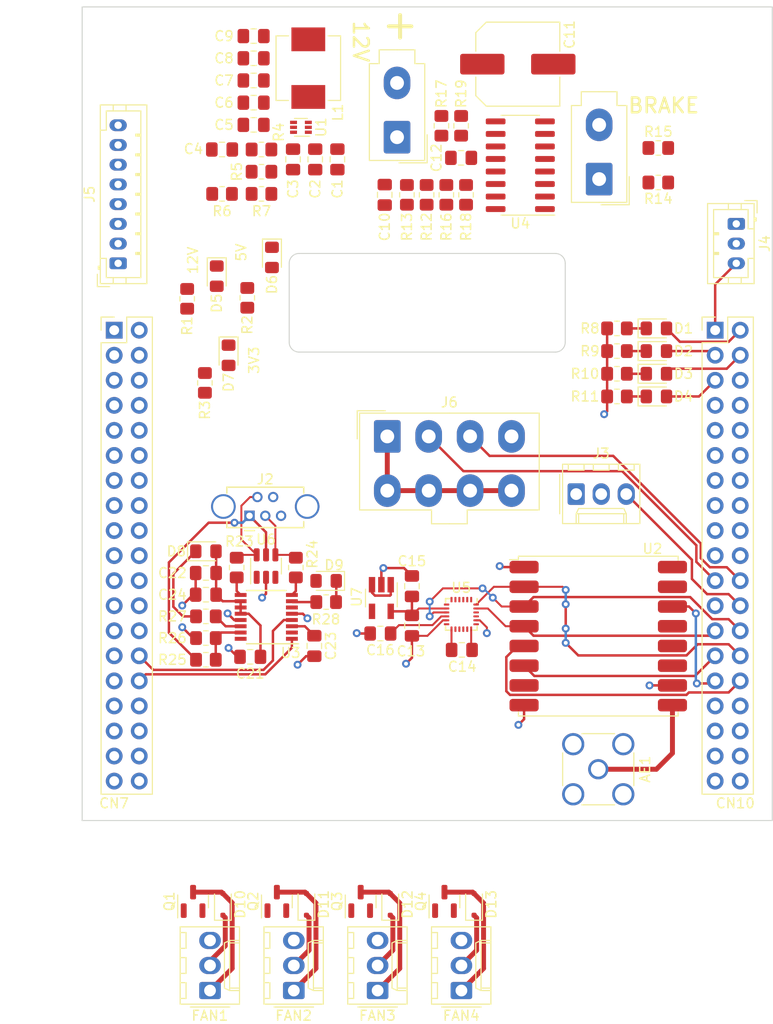
<source format=kicad_pcb>
(kicad_pcb (version 20240108) (generator "pcbnew") (generator_version "8.0")
  (title_block (title "AMP PCBv3") (date "2024-02-08") (rev "A") (company "Autonomous Motorsports Purdue"))
  (layers (0 "F.Cu" signal) (31 "B.Cu" signal) (34 "B.Paste" user) (35 "F.Paste" user) (36 "B.SilkS" user "B.Silkscreen") (37 "F.SilkS" user "F.Silkscreen") (38 "B.Mask" user) (39 "F.Mask" user) (44 "Edge.Cuts" user))
  (net 0 "")
  (net 1 "/PC10")
  (net 2 "/PC11")
  (net 3 "/PC12")
  (net 4 "/PD2")
  (net 5 "/VDD")
  (net 6 "/E5V")
  (net 7 "/BOOT0")
  (net 8 "GND")
  (net 12 "/IOREF")
  (net 13 "/PA13")
  (net 14 "/RST")
  (net 15 "/PA14")
  (net 16 "+3V3")
  (net 17 "/PA15")
  (net 18 "+5V")
  (net 19 "/PB7")
  (net 20 "/PC13")
  (net 21 "/VIN")
  (net 22 "/PC14")
  (net 24 "/PC15")
  (net 25 "/PA0")
  (net 26 "/PH0")
  (net 27 "/PA1")
  (net 28 "/PH1")
  (net 29 "/PA4")
  (net 30 "/VBAT")
  (net 31 "/PB0")
  (net 32 "/PC2")
  (net 33 "/PC1")
  (net 34 "/PC3")
  (net 35 "/PC0")
  (net 36 "/PC9")
  (net 37 "/PC8")
  (net 38 "/PB8")
  (net 39 "/PC6")
  (net 40 "/PB9")
  (net 41 "/AVDD")
  (net 42 "/U5V")
  (net 44 "/PA5")
  (net 45 "/PA12")
  (net 46 "/PA11")
  (net 47 "/PB6")
  (net 49 "/PA9")
  (net 50 "/PB2")
  (net 51 "/PA8")
  (net 52 "/PB10")
  (net 53 "/PB15")
  (net 54 "/PB4")
  (net 55 "/PB14")
  (net 56 "/PB5")
  (net 57 "/PB13")
  (net 58 "/PB3")
  (net 59 "/AGND")
  (net 60 "/PA2")
  (net 62 "/PA3")
  (net 64 "+12V")
  (net 65 "Net-(U1-FB)")
  (net 66 "Net-(D1-K)")
  (net 67 "Net-(D2-K)")
  (net 68 "Net-(D3-K)")
  (net 69 "Net-(D4-K)")
  (net 70 "Net-(D5-K)")
  (net 71 "Net-(U1-SW)")
  (net 72 "Net-(U1-EN)")
  (net 73 "Net-(M1-+)")
  (net 74 "Net-(D6-K)")
  (net 75 "Net-(D7-K)")
  (net 76 "Net-(D9-K)")
  (net 77 "/Jetson USB/D-")
  (net 78 "/Jetson USB/D+")
  (net 79 "/Jetson USB/VBUS")
  (net 81 "Net-(AE1-A)")
  (net 86 "Net-(U3-USBDM)")
  (net 87 "Net-(U3-USBDP)")
  (net 88 "Net-(U3-CBUS0)")
  (net 89 "Net-(U3-CBUS1)")
  (net 90 "Net-(U3-CBUS2)")
  (net 94 "Net-(M1--)")
  (net 95 "Net-(U4-CS)")
  (net 96 "Net-(U4-INA)")
  (net 97 "Net-(U4-INB)")
  (net 98 "Net-(U4-EN{slash}DIAGA)")
  (net 99 "Net-(U4-EN{slash}DIAGB)")
  (net 100 "+1V8")
  (net 101 "Net-(U5-REGOUT)")
  (net 116 "/VESC_5V")
  (net 117 "/VESC_VCC")
  (net 118 "/VESC_ADC1")
  (net 119 "/VESC_ADC2")
  (net 120 "/VESC_ADC3")
  (net 121 "Net-(D8-K)")
  (net 122 "Net-(D10-A)")
  (net 123 "Net-(D11-A)")
  (net 124 "Net-(D12-A)")
  (net 125 "Net-(D13-A)")
  (net 126 "/LED_SIG")
  (net 127 "/BRAKE_ENB")
  (net 128 "/BRAKE_INB")
  (net 129 "/BRAKE_INA")
  (net 130 "/BRAKE_ENA")
  (net 131 "/BRAKE_CS")
  (net 132 "/IMU_CS")
  (net 133 "/IMU_INT1")
  (footprint "Package_TO_SOT_SMD:SOT-563" (layer "F.Cu") (at 130.94 55.71 180)
    (property "Reference" "U1")
    (property "Value" "TPS56624x")
  )
  (footprint "LED_SMD:LED_0805_2012Metric_Pad1.15x1.40mm_HandSolder" (layer "F.Cu") (at 123.6 78.825 -90)
    (property "Reference" "D7")
    (property "Value" "PWR_3V3")
  )
  (footprint "Capacitor_SMD:C_0805_2012Metric_Pad1.18x1.45mm_HandSolder" (layer "F.Cu") (at 125.8 109.4 180)
    (property "Reference" "C21")
    (property "Value" "100nF")
  )
  (footprint "LED_SMD:LED_0805_2012Metric_Pad1.15x1.40mm_HandSolder" (layer "F.Cu") (at 167 76.1)
    (property "Reference" "D1")
    (property "Value" "STAT1")
  )
  (footprint "Capacitor_SMD:C_0805_2012Metric_Pad1.18x1.45mm_HandSolder" (layer "F.Cu") (at 122.94 57.96)
    (property "Reference" "C4")
    (property "Value" "33pF")
  )
  (footprint "LED_SMD:LED_0805_2012Metric_Pad1.15x1.40mm_HandSolder" (layer "F.Cu") (at 128 68.9 -90)
    (property "Reference" "D6")
    (property "Value" "PWR_5V")
  )
  (footprint "Capacitor_SMD:C_0805_2012Metric_Pad1.18x1.45mm_HandSolder" (layer "F.Cu") (at 132.39 58.96 -90)
    (property "Reference" "C2")
    (property "Value" "10uF")
  )
  (footprint "Resistor_SMD:R_0805_2012Metric_Pad1.20x1.40mm_HandSolder" (layer "F.Cu") (at 130.425 100.35 -90)
    (property "Reference" "R24")
    (property "Value" "27")
  )
  (footprint "Diode_SMD:D_SOD-323F" (layer "F.Cu") (at 148.5 134.5 90)
    (property "Reference" "D13")
    (property "Value" "D")
  )
  (footprint "AMP_Custom:USB_Mini-B_Adam_Tech_MUSB-B5-S-VT-02_Vertical_CircularHoles" (layer "F.Cu") (at 127.325 95.1)
    (property "Reference" "J2")
    (property "Value" "USB_B_Mini")
  )
  (footprint "LED_SMD:LED_0805_2012Metric_Pad1.15x1.40mm_HandSolder" (layer "F.Cu") (at 133.5 101.7 180)
    (property "Reference" "D9")
    (property "Value" "TX")
  )
  (footprint "Package_TO_SOT_SMD:SOT-23-6" (layer "F.Cu") (at 127.4 100.2 90)
    (property "Reference" "U6")
    (property "Value" "USBLC6-2SC6")
  )
  (footprint "Capacitor_SMD:C_0805_2012Metric_Pad1.18x1.45mm_HandSolder" (layer "F.Cu") (at 121.3 100.9 180)
    (property "Reference" "C22")
    (property "Value" "4.7uF")
  )
  (footprint "Resistor_SMD:R_0805_2012Metric_Pad1.20x1.40mm_HandSolder" (layer "F.Cu") (at 126.94 62.46)
    (property "Reference" "R7")
    (property "Value" "30k")
  )
  (footprint "Resistor_SMD:R_0805_2012Metric_Pad1.20x1.40mm_HandSolder" (layer "F.Cu") (at 121.3 105.3 180)
    (property "Reference" "R27")
    (property "Value" "270")
  )
  (footprint "Capacitor_SMD:C_0805_2012Metric_Pad1.18x1.45mm_HandSolder" (layer "F.Cu") (at 126.14 50.96 180)
    (property "Reference" "C7")
    (property "Value" "22uF")
  )
  (footprint "Resistor_SMD:R_0805_2012Metric_Pad1.20x1.40mm_HandSolder" (layer "F.Cu") (at 147.19 55.555 -90)
    (property "Reference" "R19")
    (property "Value" "3.3k")
  )
  (footprint "Resistor_SMD:R_0805_2012Metric_Pad1.20x1.40mm_HandSolder" (layer "F.Cu") (at 126.94 60.21 180)
    (property "Reference" "R5")
    (property "Value" "15.8k")
  )
  (footprint "Sensor_Motion:InvenSense_QFN-24_3x3mm_P0.4mm" (layer "F.Cu") (at 147.2125 105.1 -90)
    (property "Reference" "U5")
    (property "Value" "ICM-20948")
  )
  (footprint "RF_Module:HOPERF_RFM9XW_SMD" (layer "F.Cu") (at 161.1 107.3)
    (property "Reference" "U2")
    (property "Value" "RFM95W-915S2")
  )
  (footprint "Diode_SMD:D_SOD-323F" (layer "F.Cu") (at 131.5 134.5 90)
    (property "Reference" "D11")
    (property "Value" "D")
  )
  (footprint "Capacitor_SMD:C_0805_2012Metric_Pad1.18x1.45mm_HandSolder" (layer "F.Cu") (at 126.14 48.71 180)
    (property "Reference" "C8")
    (property "Value" "22uF")
  )
  (footprint "Package_TO_SOT_SMD:SOT-23" (layer "F.Cu") (at 128.5 134.2 90)
    (property "Reference" "Q2")
    (property "Value" "DMN2310U")
  )
  (footprint "Capacitor_SMD:C_0805_2012Metric_Pad1.18x1.45mm_HandSolder" (layer "F.Cu") (at 142.2 102.2375 90)
    (property "Reference" "C15")
    (property "Value" "100nF")
  )
  (footprint "Connector_Molex:Molex_Mini-Fit_Jr_5566-02A_2x01_P4.20mm_Vertical" (layer "F.Cu") (at 140.69 56.71 180)
    (property "Reference" "J1" (hide yes))
    (property "Value" "Input_PWR")
  )
  (footprint "Connector_JST:JST_PH_B8B-PH-K_1x08_P2.00mm_Vertical" (layer "F.Cu") (at 112.4 69.5 90)
    (property "Reference" "J5")
    (property "Value" "VESC_COMM")
  )
  (footprint "Capacitor_SMD:C_0805_2012Metric_Pad1.18x1.45mm_HandSolder" (layer "F.Cu") (at 126.14 55.46 180)
    (property "Reference" "C5")
    (property "Value" "22uF")
  )
  (footprint "Resistor_SMD:R_0805_2012Metric_Pad1.20x1.40mm_HandSolder" (layer "F.Cu") (at 143.69 62.555 -90)
    (property "Reference" "R12")
    (property "Value" "1.5k")
  )
  (footprint "Resistor_SMD:R_0805_2012Metric_Pad1.20x1.40mm_HandSolder" (layer "F.Cu") (at 167.19 61.305 180)
    (property "Reference" "R14")
    (property "Value" "1k")
  )
  (footprint "Resistor_SMD:R_0805_2012Metric_Pad1.20x1.40mm_HandSolder" (layer "F.Cu") (at 126.94 57.96 180)
    (property "Reference" "R4")
    (property "Value" "100k")
  )
  (footprint "Resistor_SMD:R_0805_2012Metric_Pad1.20x1.40mm_HandSolder" (layer "F.Cu") (at 122.94 62.46)
    (property "Reference" "R6")
    (property "Value" "220k")
  )
  (footprint "Package_TO_SOT_SMD:SOT-23-5_HandSoldering" (layer "F.Cu") (at 139.1 103.4375 -90)
    (property "Reference" "U7")
    (property "Value" "TLV74318P")
  )
  (footprint "Connector_Molex:Molex_Mini-Fit_Jr_5566-02A_2x01_P4.20mm_Vertical" (layer "F.Cu") (at 161.19 60.96 180)
    (property "Reference" "M1" (hide yes))
    (property "Value" "Brake")
  )
  (footprint "Resistor_SMD:R_0805_2012Metric_Pad1.20x1.40mm_HandSolder" (layer "F.Cu") (at 167.19 57.805)
    (property "Reference" "R15")
    (property "Value" "1k")
  )
  (footprint "Resistor_SMD:R_0805_2012Metric_Pad1.20x1.40mm_HandSolder" (layer "F.Cu") (at 145.69 62.555 90)
    (property "Reference" "R16")
    (property "Value" "1k")
  )
  (footprint "Connector_PinHeader_2.54mm:PinHeader_2x19_P2.54mm_Vertical" (layer "F.Cu") (at 172.96 76.28)
    (property "Reference" "CN10")
    (property "Value" "Male_R2")
  )
  (footprint "Connector_Molex:Molex_KK-254_AE-6410-03A_1x03_P2.54mm_Vertical" (layer "F.Cu") (at 121.72 143.24 90)
    (property "Reference" "M2" (hide yes))
    (property "Value" "Fan_PC_3pin")
  )
  (footprint "Capacitor_SMD:C_0805_2012Metric_Pad1.18x1.45mm_HandSolder" (layer "F.Cu") (at 134.64 58.96 -90)
    (property "Reference" "C1")
    (property "Value" "10uF")
  )
  (footprint "Resistor_SMD:R_0805_2012Metric_Pad1.20x1.40mm_HandSolder" (layer "F.Cu") (at 121.3 107.5 180)
    (property "Reference" "R26")
    (property "Value" "10k")
  )
  (footprint "Package_TO_SOT_SMD:SOT-23" (layer "F.Cu") (at 145.5 134.2 90)
    (property "Reference" "Q4")
    (property "Value" "DMN2310U")
  )
  (footprint "Connector_Coaxial:SMA_Amphenol_132291_Vertical" (layer "F.Cu") (at 161.1 120.8 -90)
    (property "Reference" "AE1")
    (property "Value" "915MHz")
  )
  (footprint "Capacitor_SMD:C_0805_2012Metric_Pad1.18x1.45mm_HandSolder" (layer "F.Cu") (at 139.44 62.555 90)
    (property "Reference" "C10")
    (property "Value" "33nF")
  )
  (footprint "Resistor_SMD:R_0805_2012Metric_Pad1.20x1.40mm_HandSolder" (layer "F.Cu") (at 163 78.4 180)
    (property "Reference" "R9")
    (property "Value" "260")
  )
  (footprint "Resistor_SMD:R_0805_2012Metric_Pad1.20x1.40mm_HandSolder" (layer "F.Cu") (at 147.69 62.555 90)
    (property "Reference" "R18")
    (property "Value" "3.3k")
  )
  (footprint "LED_SMD:LED_0805_2012Metric_Pad1.15x1.40mm_HandSolder" (layer "F.Cu") (at 122.4 70.8 -90)
    (property "Reference" "D5")
    (property "Value" "PWR_12V")
  )
  (footprint "Capacitor_SMD:C_0805_2012Metric_Pad1.18x1.45mm_HandSolder" (layer "F.Cu") (at 130.14 58.96 -90)
    (property "Reference" "C3")
    (property "Value" "100nF")
  )
  (footprint "Connector_PinHeader_2.54mm:PinHeader_2x19_P2.54mm_Vertical" (layer "F.Cu") (at 112 76.28)
    (property "Reference" "CN7")
    (property "Value" "Male_L1")
  )
  (footprint "Capacitor_SMD:C_0805_2012Metric_Pad1.18x1.45mm_HandSolder" (layer "F.Cu") (at 147.2625 108.7)
    (property "Reference" "C14")
    (property "Value" "100nF")
  )
  (footprint "Connector_Molex:Molex_KK-254_AE-6410-03A_1x03_P2.54mm_Vertical" (layer "F.Cu") (at 138.72 143.24 90)
    (property "Reference" "M4" (hide yes))
    (property "Value" "Fan_PC_3pin")
  )
  (footprint "Connector_JST:JST_PH_B3B-PH-K_1x03_P2.00mm_Vertical" (layer "F.Cu") (at 175.1 65.5 -90)
    (property "Reference" "J4")
    (property "Value" "VESC_PPM")
  )
  (footprint "Package_SO:SOP-16_3.9x9.9mm_P1.27mm" (layer "F.Cu") (at 153.19 59.555 180)
    (property "Reference" "U4")
    (property "Value" "VNH5200A-E")
  )
  (footprint "Resistor_SMD:R_0805_2012Metric_Pad1.20x1.40mm_HandSolder" (layer "F.Cu") (at 125.5 73 -90)
    (property "Reference" "R2")
    (property "Value" "600")
  )
  (footprint "Resistor_SMD:R_0805_2012Metric_Pad1.20x1.40mm_HandSolder" (layer "F.Cu") (at 124.425 100.35 -90)
    (property "Reference" "R23")
    (property "Value" "27")
  )
  (footprint "Package_TO_SOT_SMD:SOT-23" (layer "F.Cu") (at 120 134.2 90)
    (property "Reference" "Q1")
    (property "Value" "DMN2310U")
  )
  (footprint "LED_SMD:LED_0805_2012Metric_Pad1.15x1.40mm_HandSolder" (layer "F.Cu") (at 167 80.7)
    (property "Reference" "D3")
    (property "Value" "STAT3")
  )
  (footprint "Connector_Molex:Molex_KK-254_AE-6410-03A_1x03_P2.54mm_Vertical" (layer "F.Cu") (at 147.22 143.24 90)
    (property "Reference" "M5" (hide yes))
    (property "Value" "Fan_PC_3pin")
  )
  (footprint "Resistor_SMD:R_0805_2012Metric_Pad1.20x1.40mm_HandSolder" (layer "F.Cu") (at 163 80.7 180)
    (property "Reference" "R10")
    (property "Value" "260")
  )
  (footprint "Package_SO:SSOP-16_3.9x4.9mm_P0.635mm" (layer "F.Cu") (at 127.425 105.35 180)
    (property "Reference" "U3")
    (property "Value" "FT230XS")
  )
  (footprint "Capacitor_SMD:C_0805_2012Metric_Pad1.18x1.45mm_HandSolder" (layer "F.Cu") (at 139 107.0375 180)
    (property "Reference" "C16")
    (property "Value" "100nF")
  )
  (footprint "Diode_SMD:D_SOD-323F" (layer "F.Cu") (at 123.025 134.5 90)
    (property "Reference" "D10")
    (property "Value" "D")
  )
  (footprint "Resistor_SMD:R_0805_2012Metric_Pad1.20x1.40mm_HandSolder" (layer "F.Cu") (at 141.69 62.555 90)
    (property "Reference" "R13")
    (property "Value" "10k")
  )
  (footprint "LED_SMD:LED_0805_2012Metric_Pad1.15x1.40mm_HandSolder" (layer "F.Cu") (at 167 83)
    (property "Reference" "D4")
    (property "Value" "STAT4")
  )
  (footprint "Capacitor_SMD:C_0805_2012Metric_Pad1.18x1.45mm_HandSolder" (layer "F.Cu") (at 147.19 58.805)
    (property "Reference" "C12")
    (property "Value" "100nF")
  )
  (footprint "Capacitor_SMD:C_0805_2012Metric_Pad1.18x1.45mm_HandSolder" (layer "F.Cu") (at 126.14 46.46 180)
    (property "Reference" "C9")
    (property "Value" "100nF")
  )
  (footprint "Connector_Molex:Molex_KK-254_AE-6410-03A_1x03_P2.54mm_Vertical" (layer "F.Cu") (at 130.22 143.24 90)
    (property "Reference" "M3" (hide yes))
    (property "Value" "Fan_PC_3pin")
  )
  (footprint "LED_SMD:LED_0805_2012Metric_Pad1.15x1.40mm_HandSolder" (layer "F.Cu") (at 167 78.4)
    (property "Reference" "D2")
    (property "Value" "STAT2")
  )
  (footprint "Capacitor_SMD:C_Elec_8x10.2" (layer "F.Cu") (at 152.94 49.305)
    (property "Reference" "C11")
    (property "Value" "250uF")
  )
  (footprint "Inductor_SMD:L_Vishay_IHLP-2525" (layer "F.Cu") (at 131.69 49.71 90)
    (property "Reference" "L1")
    (property "Value" "2.2uH")
  )
  (footprint "Resistor_SMD:R_0805_2012Metric_Pad1.20x1.40mm_HandSolder" (layer "F.Cu") (at 145.19 55.555 90)
    (property "Reference" "R17")
    (property "Value" "1k")
  )
  (footprint "LED_SMD:LED_0805_2012Metric_Pad1.15x1.40mm_HandSolder" (layer "F.Cu") (at 121.3 98.7)
    (property "Reference" "D8")
    (property "Value" "RX")
  )
  (footprint "Resistor_SMD:R_0805_2012Metric_Pad1.20x1.40mm_HandSolder" (layer "F.Cu") (at 163 83 180)
    (property "Reference" "R11")
    (property "Value" "260")
  )
  (footprint "Resistor_SMD:R_0805_2012Metric_Pad1.20x1.40mm_HandSolder" (layer "F.Cu") (at 133.5 103.85)
    (property "Reference" "R28")
    (property "Value" "270")
  )
  (footprint "Resistor_SMD:R_0805_2012Metric_Pad1.20x1.40mm_HandSolder" (layer "F.Cu") (at 119.4 73.1 -90)
    (property "Reference" "R1")
    (property "Value" "2k")
  )
  (footprint "Capacitor_SMD:C_0805_2012Metric_Pad1.18x1.45mm_HandSolder" (layer "F.Cu") (at 121.3 103.1 180)
    (property "Reference" "C24")
    (property "Value" "100nF")
  )
  (footprint "Resistor_SMD:R_0805_2012Metric_Pad1.20x1.40mm_HandSolder" (layer "F.Cu") (at 163 76.1 180)
    (property "Reference" "R8")
    (property "Value" "260")
  )
  (footprint "Resistor_SMD:R_0805_2012Metric_Pad1.20x1.40mm_HandSolder" (layer "F.Cu") (at 121.3 109.7)
    (property "Reference" "R25")
    (property "Value" "4k7")
  )
  (footprint "Capacitor_SMD:C_0805_2012Metric_Pad1.18x1.45mm_HandSolder" (layer "F.Cu") (at 132.3 108.3 -90)
    (property "Reference" "C23")
    (property "Value" "100nF")
  )
  (footprint "Resistor_SMD:R_0805_2012Metric_Pad1.20x1.40mm_HandSolder" (layer "F.Cu") (at 121.2 81.625 -90)
    (property "Reference" "R3")
    (property "Value" "260")
  )
  (footprint "Connector_Molex:Molex_KK-254_AE-6410-03A_1x03_P2.54mm_Vertical" (layer "F.Cu") (at 158.86 92.9)
    (property "Reference" "J3")
    (property "Value" "LED_Header")
  )
  (footprint "Capacitor_SMD:C_0805_2012Metric_Pad1.18x1.45mm_HandSolder" (layer "F.Cu") (at 126.14 53.21 180)
    (property "Reference" "C6")
    (property "Value" "22uF")
  )
  (footprint "Connector_Molex:Molex_Mini-Fit_Jr_5566-08A_2x04_P4.20mm_Vertical" (layer "F.Cu") (at 139.7 87.05)
    (property "Reference" "J6")
    (property "Value" "STEERING")
  )
  (footprint "Diode_SMD:D_SOD-323F" (layer "F.Cu") (at 140 134.5 90)
    (property "Reference" "D12")
    (property "Value" "D")
  )
  (footprint "Package_TO_SOT_SMD:SOT-23" (layer "F.Cu") (at 137 134.2 90)
    (property "Reference" "Q3")
    (property "Value" "DMN2310U")
  )
  (footprint "Capacitor_SMD:C_0805_2012Metric_Pad1.18x1.45mm_HandSolder" (layer "F.Cu") (at 142.2 106.2375 -90)
    (property "Reference" "C13")
    (property "Value" "1uF")
  )
  (gr_line (start 129.75 69.5) (end 129.75 77.5) (stroke (width 0.1)) (layer "Edge.Cuts"))
  (gr_line (start 130.75 78.5) (end 156.75 78.5) (stroke (width 0.1)) (layer "Edge.Cuts"))
  (gr_line (start 178.75 126) (end 178.75 43.5) (stroke (width 0.1)) (layer "Edge.Cuts"))
  (gr_line (start 108.75 126) (end 108.75 43.5) (stroke (width 0.1)) (layer "Edge.Cuts"))
  (gr_line (start 130.75 68.5) (end 156.75 68.5) (stroke (width 0.1)) (layer "Edge.Cuts"))
  (gr_arc (start 157.75 77.5) (mid 157.457107 78.207107) (end 156.75 78.5) (stroke (width 0.1)) (layer "Edge.Cuts"))
  (gr_line (start 157.75 69.5) (end 157.75 77.5) (stroke (width 0.1)) (layer "Edge.Cuts"))
  (gr_line (start 108.75 43.5) (end 178.75 43.5) (stroke (width 0.1)) (layer "Edge.Cuts"))
  (gr_line (start 108.73 126) (end 178.73 126) (stroke (width 0.1)) (layer "Edge.Cuts"))
  (gr_arc (start 129.75 69.5) (mid 130.042893 68.792893) (end 130.75 68.5) (stroke (width 0.1)) (layer "Edge.Cuts"))
  (gr_arc (start 156.75 68.5) (mid 157.457107 68.792893) (end 157.75 69.5) (stroke (width 0.1)) (layer "Edge.Cuts"))
  (gr_arc (start 130.75 78.5) (mid 130.042893 78.207107) (end 129.75 77.5) (stroke (width 0.1)) (layer "Edge.Cuts"))
  (gr_text "12V" (at 137.88 49.25 270) (layer "F.SilkS") (effects (font (size 1.5 1.5) (thickness 0.25) (bold yes)) (justify right top)))
  (gr_text "FAN4" (at 147.2 145.2 0) (layer "F.SilkS") (effects (font (size 1 1)) (justify top)))
  (gr_text "12V" (at 119.4 69.2 90) (layer "F.SilkS") (effects (font (size 1 1)) (justify top)))
  (gr_text "FAN2" (at 130.2 145.2 0) (layer "F.SilkS") (effects (font (size 1 1)) (justify top)))
  (gr_text "BRAKE" (at 164 53.5 0) (layer "F.SilkS") (effects (font (size 1.5 1.5) (thickness 0.25) (bold yes)) (justify left)))
  (gr_text "5V" (at 124.3 68.4 90) (layer "F.SilkS") (effects (font (size 1 1)) (justify top)))
  (gr_text "FAN3" (at 138.7 145.2 0) (layer "F.SilkS") (effects (font (size 1 1)) (justify top)))
  (gr_text "+" (at 141 47 0) (layer "F.SilkS") (effects (font (size 3 3) (thickness 0.4)) (justify bottom)))
  (gr_text "FAN1" (at 121.7 145.2 0) (layer "F.SilkS") (effects (font (size 1 1)) (justify top)))
  (gr_text "3V3" (at 125.6 79.325 90) (layer "F.SilkS") (effects (font (size 1 1)) (justify top)))
  (segment (start 143.77057 107.27057) (end 142.97057 107.27057) (width 0.2) (layer "F.Cu") (net 8))
  (segment (start 148.2125 106.6) (end 148.2125 108.6125) (width 0.2) (layer "F.Cu") (net 8))
  (segment (start 143.77057 107.27057) (end 143.76614 107.275) (width 0.2) (layer "F.Cu") (net 8))
  (segment (start 142.97057 107.27057) (end 142.96614 107.275) (width 0.2) (layer "F.Cu") (net 8))
  (segment (start 124.7625 109.4) (end 124.5 109.4) (width 0.25) (layer "F.Cu") (net 8))
  (segment (start 149.08386 105.7) (end 149.8 106.41614) (width 0.2) (layer "F.Cu") (net 8))
  (segment (start 137.9625 107.0375) (end 136.6375 107.0375) (width 0.25) (layer "F.Cu") (net 8))
  (segment (start 149.8 106.41614) (end 149.8 107) (width 0.2) (layer "F.Cu") (net 8))
  (segment (start 153.575 100.3) (end 151.2 100.3) (width 0.25) (layer "F.Cu") (net 8))
  (segment (start 168.625 112.3) (end 166.3 112.3) (width 0.25) (layer "F.Cu") (net 8))
  (segment (start 153.575 115.725) (end 153 116.3) (width 0.25) (layer "F.Cu") (net 8))
  (segment (start 120 103.1) (end 118.9 104.2) (width 0.25) (layer "F.Cu") (net 8))
  (segment (start 139.1 102.0875) (end 139.1 100.6) (width 0.25) (layer "F.Cu") (net 8))
  (segment (start 124.825 105.6675) (end 124.1675 105.6675) (width 0.25) (layer "F.Cu") (net 8))
  (segment (start 162 84.5) (end 161.7 84.8) (width 0.25) (layer "F.Cu") (net 8))
  (segment (start 151.2 100.3) (end 151.1 100.2) (width 0.25) (layer "F.Cu") (net 8))
  (segment (start 142.96614 107.275) (end 142.2 107.275) (width 0.2) (layer "F.Cu") (net 8))
  (segment (start 120.3 107.5) (end 120 107.5) (width 0.25) (layer "F.Cu") (net 8))
  (segment (start 120.2625 103.1) (end 120.2625 100.9) (width 0.25) (layer "F.Cu") (net 8))
  (segment (start 131.1325 105.0325) (end 131.6 105.5) (width 0.25) (layer "F.Cu") (net 8))
  (segment (start 162 83) (end 162 76.1) (width 0.25) (layer "F.Cu") (net 8))
  (segment (start 153.575 114.3) (end 153.575 115.725) (width 0.25) (layer "F.Cu") (net 8))
  (segment (start 127.4 101.3375) (end 127.4 103) (width 0.25) (layer "F.Cu") (net 8))
  (segment (start 120 107.5) (end 118.9 106.4) (width 0.25) (layer "F.Cu") (net 8))
  (segment (start 136.6375 107.0375) (end 136.6 107) (width 0.25) (layer "F.Cu") (net 8))
  (segment (start 120.2625 103.1) (end 120 103.1) (width 0.25) (layer "F.Cu") (net 8))
  (segment (start 145.34114 105.7) (end 143.77057 107.27057) (width 0.2) (layer "F.Cu") (net 8))
  (segment (start 139.7 92.55) (end 139.7 87.05) (width 0.5) (layer "F.Cu") (net 8))
  (segment (start 124.1675 105.6675) (end 123.5 105) (width 0.25) (layer "F.Cu") (net 8))
  (segment (start 148.2125 108.6125) (end 148.3 108.7) (width 0.2) (layer "F.Cu") (net 8))
  (segment (start 141.4 100.4) (end 139.3 100.4) (width 0.25) (layer "F.Cu") (net 8))
  (segment (start 148.7125 105.7) (end 149.08386 105.7) (width 0.2) (layer "F.Cu") (net 8))
  (segment (start 131.4625 109.3375) (end 130.6 110.2) (width 0.25) (layer "F.Cu") (net 8))
  (segment (start 124.5 109.4) (end 123.6 108.5) (width 0.25) (layer "F.Cu") (net 8))
  (segment (start 162 83) (end 162 84.5) (width 0.25) (layer "F.Cu") (net 8))
  (segment (start 145.7125 105.7) (end 145.34114 105.7) (width 0.2) (layer "F.Cu") (net 8))
  (segment (start 132.3 109.3375) (end 131.4625 109.3375) (width 0.25) (layer "F.Cu") (net 8))
  (segment (start 130.025 105.0325) (end 131.1325 105.0325) (width 0.25) (layer "F.Cu") (net 8))
  (segment (start 139.1 100.6) (end 139.3 100.4) (width 0.25) (layer "F.Cu") (net 8))
  (segment (start 142.2 109.5) (end 141.6 110.1) (width 0.25) (layer "F.Cu") (net 8))
  (segment (start 139.7 92.55) (end 152.3 92.55) (width 0.5) (layer "F.Cu") (net 8))
  (segment (start 127.4 103) (end 127 103.4) (width 0.25) (layer "F.Cu") (net 8))
  (segment (start 142.2 107.275) (end 142.2 109.5) (width 0.25) (layer "F.Cu") (net 8))
  (segment (start 142.2 101.2) (end 141.4 100.4) (width 0.25) (layer "F.Cu") (net 8))
  (via (at 141.6 110.1) (size 0.8) (drill 0.4) (layers "F.Cu" "B.Cu") (net 8))
  (via (at 127 103.4) (size 0.8) (drill 0.4) (layers "F.Cu" "B.Cu") (net 8))
  (via (at 130.6 110.2) (size 0.8) (drill 0.4) (layers "F.Cu" "B.Cu") (net 8))
  (via (at 118.9 104.2) (size 0.8) (drill 0.4) (layers "F.Cu" "B.Cu") (net 8))
  (via (at 136.6 107) (size 0.8) (drill 0.4) (layers "F.Cu" "B.Cu") (net 8))
  (via (at 123.5 105) (size 0.8) (drill 0.4) (layers "F.Cu" "B.Cu") (net 8))
  (via (at 151.1 100.2) (size 0.8) (drill 0.4) (layers "F.Cu" "B.Cu") (net 8))
  (via (at 166.3 112.3) (size 0.8) (drill 0.4) (layers "F.Cu" "B.Cu") (net 8))
  (via (at 123.6 108.5) (size 0.8) (drill 0.4) (layers "F.Cu" "B.Cu") (net 8))
  (via (at 131.6 105.5) (size 0.8) (drill 0.4) (layers "F.Cu" "B.Cu") (net 8))
  (via (at 161.7 84.8) (size 0.8) (drill 0.4) (layers "F.Cu" "B.Cu") (net 8))
  (via (at 118.9 106.4) (size 0.8) (drill 0.4) (layers "F.Cu" "B.Cu") (net 8))
  (via (at 153 116.3) (size 0.8) (drill 0.4) (layers "F.Cu" "B.Cu") (net 8))
  (via (at 139.3 100.4) (size 0.8) (drill 0.4) (layers "F.Cu" "B.Cu") (net 8))
  (via (at 149.8 107) (size 0.8) (drill 0.4) (layers "F.Cu" "B.Cu") (net 8))
  (segment (start 126.8375 109.4) (end 126.8375 106.23) (width 0.25) (layer "F.Cu") (net 16))
  (segment (start 131.34 106.3025) (end 132.3 107.2625) (width 0.25) (layer "F.Cu") (net 16))
  (segment (start 130.025 106.3025) (end 131.34 106.3025) (width 0.25) (layer "F.Cu") (net 16))
  (segment (start 126.8375 106.23) (end 125.64 105.0325) (width 0.25) (layer "F.Cu") (net 16))
  (segment (start 140.05 103.1175) (end 139.975 103.1925) (width 0.25) (layer "F.Cu") (net 16))
  (segment (start 123 103.7625) (end 124.825 103.7625) (width 0.25) (layer "F.Cu") (net 16))
  (segment (start 138.45 103.1925) (end 138.15 102.8925) (width 0.25) (layer "F.Cu") (net 16))
  (segment (start 122.3375 103.1) (end 122.3375 98.7125) (width 0.25) (layer "F.Cu") (net 16))
  (segment (start 124.825 103.7625) (end 124.825 105.0325) (width 0.25) (layer "F.Cu") (net 16))
  (segment (start 122.3375 103.1) (end 123 103.7625) (width 0.25) (layer "F.Cu") (net 16))
  (segment (start 138.15 102.8925) (end 138.15 102.0875) (width 0.25) (layer "F.Cu") (net 16))
  (segment (start 140.05 102.0875) (end 140.05 103.1175) (width 0.25) (layer "F.Cu") (net 16))
  (segment (start 122.3375 98.7125) (end 122.325 98.7) (width 0.25) (layer "F.Cu") (net 16))
  (segment (start 139.975 103.1925) (end 138.45 103.1925) (width 0.25) (layer "F.Cu") (net 16))
  (segment (start 125.64 105.0325) (end 124.825 105.0325) (width 0.25) (layer "F.Cu") (net 16))
  (segment (start 127.1451 110.725) (end 128.1 109.7701) (width 0.25) (layer "F.Cu") (net 25))
  (segment (start 128.1 109.7701) (end 128.1 106.7775) (width 0.25) (layer "F.Cu") (net 25))
  (segment (start 115.965 110.725) (end 127.1451 110.725) (width 0.25) (layer "F.Cu") (net 25))
  (segment (start 129.21 105.6675) (end 130.025 105.6675) (width 0.25) (layer "F.Cu") (net 25))
  (segment (start 114.54 109.3) (end 115.965 110.725) (width 0.25) (layer "F.Cu") (net 25))
  (segment (start 128.1 106.7775) (end 129.21 105.6675) (width 0.25) (layer "F.Cu") (net 25))
  (segment (start 127.331496 111.175) (end 115.205 111.175) (width 0.25) (layer "F.Cu") (net 27))
  (segment (start 130.025 108.481496) (end 127.331496 111.175) (width 0.25) (layer "F.Cu") (net 27))
  (segment (start 115.205 111.175) (end 114.54 111.84) (width 0.25) (layer "F.Cu") (net 27))
  (segment (start 130.025 107.5725) (end 130.025 108.481496) (width 0.25) (layer "F.Cu") (net 27))
  (segment (start 172.96 71.64) (end 175.1 69.5) (width 0.25) (layer "F.Cu") (net 36))
  (segment (start 172.96 76.28) (end 172.96 71.64) (width 0.25) (layer "F.Cu") (net 36))
  (segment (start 169.38 77.455) (end 174.325 77.455) (width 0.25) (layer "F.Cu") (net 37))
  (segment (start 168.025 76.1) (end 169.38 77.455) (width 0.25) (layer "F.Cu") (net 37))
  (segment (start 174.325 77.455) (end 175.5 76.28) (width 0.25) (layer "F.Cu") (net 37))
  (segment (start 168.025 78.4) (end 172.54 78.4) (width 0.25) (layer "F.Cu") (net 38))
  (segment (start 172.54 78.4) (end 172.96 78.82) (width 0.25) (layer "F.Cu") (net 38))
  (segment (start 174.135 80.185) (end 175.5 78.82) (width 0.25) (layer "F.Cu") (net 39))
  (segment (start 168.025 80.7) (end 168.54 80.185) (width 0.25) (layer "F.Cu") (net 39))
  (segment (start 168.54 80.185) (end 174.135 80.185) (width 0.25) (layer "F.Cu") (net 39))
  (segment (start 171.32 83) (end 172.96 81.36) (width 0.25) (layer "F.Cu") (net 40))
  (segment (start 168.025 83) (end 171.32 83) (width 0.25) (layer "F.Cu") (net 40))
  (segment (start 171.05 99.77) (end 172.96 101.68) (width 0.25) (layer "F.Cu") (net 49))
  (segment (start 163.529985 90.575) (end 171.05 98.095015) (width 0.25) (layer "F.Cu") (net 49))
  (segment (start 147.425 90.575) (end 163.529985 90.575) (width 0.25) (layer "F.Cu") (net 49))
  (segment (start 171.05 98.095015) (end 171.05 99.77) (width 0.25) (layer "F.Cu") (net 49))
  (segment (start 143.9 87.05) (end 147.425 90.575) (width 0.25) (layer "F.Cu") (net 49))
  (segment (start 174.135 100.315) (end 172.415 100.315) (width 0.25) (layer "F.Cu") (net 50))
  (segment (start 172.415 100.315) (end 171.5 99.4) (width 0.25) (layer "F.Cu") (net 50))
  (segment (start 171.5 97.908619) (end 162.616381 89.025) (width 0.25) (layer "F.Cu") (net 50))
  (segment (start 175.5 101.68) (end 174.135 100.315) (width 0.25) (layer "F.Cu") (net 50))
  (segment (start 171.5 99.4) (end 171.5 97.908619) (width 0.25) (layer "F.Cu") (net 50))
  (segment (start 162.616381 89.025) (end 150.075 89.025) (width 0.25) (layer "F.Cu") (net 50))
  (segment (start 150.075 89.025) (end 148.1 87.05) (width 0.25) (layer "F.Cu") (net 50))
  (segment (start 148.7125 104.5) (end 149.9 104.5) (width 0.2) (layer "F.Cu") (net 52))
  (segment (start 172.96 106.76) (end 172.46 107.26) (width 0.25) (layer "F.Cu") (net 52))
  (segment (start 172.46 107.26) (end 154.535 107.26) (width 0.25) (layer "F.Cu") (net 52))
  (segment (start 151.7 106.3) (end 153.575 106.3) (width 0.2) (layer "F.Cu") (net 52))
  (segment (start 154.535 107.26) (end 153.575 106.3) (width 0.25) (layer "F.Cu") (net 52))
  (segment (start 149.9 104.5) (end 151.7 106.3) (width 0.2) (layer "F.Cu") (net 52))
  (segment (start 150.401225 103.401225) (end 151.3 104.3) (width 0.2) (layer "F.Cu") (net 53))
  (segment (start 174.325 105.585) (end 175.5 106.76) (width 0.25) (layer "F.Cu") (net 53))
  (segment (start 154.535 103.34) (end 170.418299 103.34) (width 0.25) (layer "F.Cu") (net 53))
  (segment (start 153.575 104.3) (end 154.535 103.34) (width 0.25) (layer "F.Cu") (net 53))
  (segment (start 172.663299 105.585) (end 174.325 105.585) (width 0.25) (layer "F.Cu") (net 53))
  (segment (start 144.4 104.9) (end 144 105.3) (width 0.2) (layer "F.Cu") (net 53))
  (segment (start 145.338725 102.461275) (end 149.361275 102.461275) (width 0.2) (layer "F.Cu") (net 53))
  (segment (start 151.3 104.3) (end 153.575 104.3) (width 0.2) (layer "F.Cu") (net 53))
  (segment (start 144 103.8) (end 145.338725 102.461275) (width 0.2) (layer "F.Cu") (net 53))
  (segment (start 170.418299 103.34) (end 172.663299 105.585) (width 0.25) (layer "F.Cu") (net 53))
  (segment (start 145.7125 104.9) (end 144.4 104.9) (width 0.2) (layer "F.Cu") (net 53))
  (via (at 150.401225 103.401225) (size 0.8) (drill 0.4) (layers "F.Cu" "B.Cu") (net 53))
  (via (at 144 103.8) (size 0.8) (drill 0.4) (layers "F.Cu" "B.Cu") (net 53))
  (via (at 149.361275 102.461275) (size 0.8) (drill 0.4) (layers "F.Cu" "B.Cu") (net 53))
  (via (at 144 105.3) (size 0.8) (drill 0.4) (layers "F.Cu" "B.Cu") (net 53))
  (segment (start 149.461275 102.461275) (end 150.401225 103.401225) (width 0.2) (layer "B.Cu") (net 53))
  (segment (start 144 105.3) (end 144 103.8) (width 0.2) (layer "B.Cu") (net 53))
  (segment (start 149.361275 102.461275) (end 149.461275 102.461275) (width 0.2) (layer "B.Cu") (net 53))
  (segment (start 154.615 111.34) (end 170.92 111.34) (width 0.25) (layer "F.Cu") (net 54))
  (segment (start 153.575 110.3) (end 154.615 111.34) (width 0.25) (layer "F.Cu") (net 54))
  (segment (start 170.92 111.34) (end 172.96 109.3) (width 0.25) (layer "F.Cu") (net 54))
  (segment (start 175.5 109.3) (end 174.325 108.125) (width 0.25) (layer "F.Cu") (net 55))
  (segment (start 150.5125 102.3) (end 153.575 102.3) (width 0.2) (layer "F.Cu") (net 55))
  (segment (start 174.325 108.125) (end 171.183632 108.125) (width 0.25) (layer "F.Cu") (net 55))
  (segment (start 148.7125 104.1) (end 150.5125 102.3) (width 0.2) (layer "F.Cu") (net 55))
  (segment (start 171.183632 108.125) (end 170.048632 109.26) (width 0.25) (layer "F.Cu") (net 55))
  (segment (start 159.075 109.26) (end 157.8 107.985) (width 0.25) (layer "F.Cu") (net 55))
  (segment (start 153.575 102.3) (end 157.485 102.3) (width 0.2) (layer "F.Cu") (net 55))
  (segment (start 157.8 106.535) (end 157.8 104.065) (width 0.25) (layer "F.Cu") (net 55))
  (segment (start 170.048632 109.26) (end 159.075 109.26) (width 0.25) (layer "F.Cu") (net 55))
  (segment (start 157.485 102.3) (end 157.8 102.615) (width 0.2) (layer "F.Cu") (net 55))
  (via (at 157.8 104.065) (size 0.8) (drill 0.4) (layers "F.Cu" "B.Cu") (net 55))
  (via (at 157.8 107.985) (size 0.8) (drill 0.4) (layers "F.Cu" "B.Cu") (net 55))
  (via (at 157.8 102.615) (size 0.8) (drill 0.4) (layers "F.Cu" "B.Cu") (net 55))
  (via (at 157.8 106.535) (size 0.8) (drill 0.4) (layers "F.Cu" "B.Cu") (net 55))
  (segment (start 157.8 104.065) (end 157.8 102.615) (width 0.25) (layer "B.Cu") (net 55))
  (segment (start 157.8 107.985) (end 157.8 106.535) (width 0.25) (layer "B.Cu") (net 55))
  (segment (start 172.7 112.1) (end 172.96 111.84) (width 0.25) (layer "F.Cu") (net 56))
  (segment (start 170.3 104.3) (end 171 105) (width 0.25) (layer "F.Cu") (net 56))
  (segment (start 168.625 104.3) (end 170.3 104.3) (width 0.25) (layer "F.Cu") (net 56))
  (segment (start 171.1 112.1) (end 172.7 112.1) (width 0.25) (layer "F.Cu") (net 56))
  (via (at 171 105) (size 0.8) (drill 0.4) (layers "F.Cu" "B.Cu") (net 56))
  (via (at 171.1 112.1) (size 0.8) (drill 0.4) (layers "F.Cu" "B.Cu") (net 56))
  (segment (start 171 105) (end 171 112) (width 0.25) (layer "B.Cu") (net 56))
  (segment (start 171 112) (end 171.1 112.1) (width 0.25) (layer "B.Cu") (net 56))
  (segment (start 151.775 109.425) (end 152.9 108.3) (width 0.25) (layer "F.Cu") (net 57))
  (segment (start 152.9 108.3) (end 153.575 108.3) (width 0.25) (layer "F.Cu") (net 57))
  (segment (start 174.325 113.015) (end 170.293632 113.015) (width 0.25) (layer "F.Cu") (net 57))
  (segment (start 151.775 112.883632) (end 151.775 109.425) (width 0.25) (layer "F.Cu") (net 57))
  (segment (start 175.5 111.84) (end 174.325 113.015) (width 0.25) (layer "F.Cu") (net 57))
  (segment (start 170.293632 113.015) (end 170.048632 113.26) (width 0.25) (layer "F.Cu") (net 57))
  (segment (start 170.048632 113.26) (end 152.151368 113.26) (width 0.25) (layer "F.Cu") (net 57))
  (segment (start 152.151368 113.26) (end 151.775 112.883632) (width 0.25) (layer "F.Cu") (net 57))
  (segment (start 123.265 138.706762) (end 123.265 135.84) (width 0.5) (layer "F.Cu") (net 64))
  (segment (start 138.72 140.7) (end 140.265 139.155) (width 0.5) (layer "F.Cu") (net 64))
  (segment (start 121.72 140.251762) (end 123.265 138.706762) (width 0.5) (layer "F.Cu") (net 64))
  (segment (start 131.765 135.865) (end 131.5 135.6) (width 0.5) (layer "F.Cu") (net 64))
  (segment (start 148.765 135.865) (end 148.5 135.6) (width 0.5) (layer "F.Cu") (net 64))
  (segment (start 131.765 139.155) (end 131.765 135.865) (width 0.5) (layer "F.Cu") (net 64))
  (segment (start 140.265 139.155) (end 140.265 135.865) (width 0.5) (layer "F.Cu") (net 64))
  (segment (start 123.265 135.84) (end 123.025 135.6) (width 0.5) (layer "F.Cu") (net 64))
  (segment (start 121.72 140.7) (end 121.72 140.251762) (width 0.5) (layer "F.Cu") (net 64))
  (segment (start 148.765 139.155) (end 148.765 135.865) (width 0.5) (layer "F.Cu") (net 64))
  (segment (start 140.265 135.865) (end 140 135.6) (width 0.5) (layer "F.Cu") (net 64))
  (segment (start 147.22 140.7) (end 148.765 139.155) (width 0.5) (layer "F.Cu") (net 64))
  (segment (start 130.22 140.7) (end 131.765 139.155) (width 0.5) (layer "F.Cu") (net 64))
  (segment (start 164 76.1) (end 165.975 76.1) (width 0.25) (layer "F.Cu") (net 66))
  (segment (start 164 78.4) (end 165.975 78.4) (width 0.25) (layer "F.Cu") (net 67))
  (segment (start 164 80.7) (end 165.975 80.7) (width 0.25) (layer "F.Cu") (net 68))
  (segment (start 164 83) (end 165.975 83) (width 0.25) (layer "F.Cu") (net 69))
  (segment (start 134.525 103.825) (end 134.5 103.85) (width 0.25) (layer "F.Cu") (net 76))
  (segment (start 134.525 101.7) (end 134.525 103.825) (width 0.25) (layer "F.Cu") (net 76))
  (segment (start 124.7125 99.0625) (end 124.425 99.35) (width 0.2) (layer "F.Cu") (net 77))
  (segment (start 125.782538 93.2) (end 126.525 93.2) (width 0.2) (layer "F.Cu") (net 77))
  (segment (start 124.9 94.082538) (end 125.782538 93.2) (width 0.2) (layer "F.Cu") (net 77))
  (segment (start 124.9 97.5125) (end 124.9 94.082538) (width 0.2) (layer "F.Cu") (net 77))
  (segment (start 126.45 99.0625) (end 124.9 97.5125) (width 0.2) (layer "F.Cu") (net 77))
  (segment (start 126.45 99.0625) (end 124.7125 99.0625) (width 0.2) (layer "F.Cu") (net 77))
  (segment (start 128.35 99.0625) (end 130.1375 99.0625) (width 0.2) (layer "F.Cu") (net 78))
  (segment (start 128.35 96.125) (end 127.325 95.1) (width 0.2) (layer "F.Cu") (net 78))
  (segment (start 130.1375 99.0625) (end 130.425 99.35) (width 0.2) (layer "F.Cu") (net 78))
  (segment (start 128.35 99.0625) (end 128.35 96.125) (width 0.2) (layer "F.Cu") (net 78))
  (segment (start 127.4 96.775) (end 127.4 99.0625) (width 0.25) (layer "F.Cu") (net 79))
  (segment (start 117.55 99.8299) (end 121.5799 95.8) (width 0.25) (layer "F.Cu") (net 79))
  (segment (start 125.725 95.1) (end 127.4 96.775) (width 0.25) (layer "F.Cu") (net 79))
  (segment (start 117.55 106.95) (end 117.55 99.8299) (width 0.25) (layer "F.Cu") (net 79))
  (segment (start 121.5799 95.8) (end 124.2 95.8) (width 0.25) (layer "F.Cu") (net 79))
  (segment (start 120.3 109.7) (end 117.55 106.95) (width 0.25) (layer "F.Cu") (net 79))
  (via (at 124.2 95.8) (size 0.8) (drill 0.4) (layers "F.Cu" "B.Cu") (net 79))
  (segment (start 125.025 95.8) (end 125.725 95.1) (width 0.25) (layer "B.Cu") (net 79))
  (segment (start 124.2 95.8) (end 125.025 95.8) (width 0.25) (layer "B.Cu") (net 79))
  (segment (start 161.1 120.8) (end 167 120.8) (width 0.5) (layer "F.Cu") (net 81))
  (segment (start 167 120.8) (end 168.625 119.175) (width 0.5) (layer "F.Cu") (net 81))
  (segment (start 168.625 119.175) (end 168.625 114.3) (width 0.5) (layer "F.Cu") (net 81))
  (segment (start 124.425 102.7275) (end 124.825 103.1275) (width 0.25) (layer "F.Cu") (net 86))
  (segment (start 124.425 101.35) (end 124.425 102.7275) (width 0.25) (layer "F.Cu") (net 86))
  (segment (start 130.425 101.35) (end 130.425 102.7275) (width 0.25) (layer "F.Cu") (net 87))
  (segment (start 130.425 102.7275) (end 130.025 103.1275) (width 0.25) (layer "F.Cu") (net 87))
  (segment (start 122.8625 106.9375) (end 124.825 106.9375) (width 0.25) (layer "F.Cu") (net 88))
  (segment (start 122.3 107.5) (end 122.8625 106.9375) (width 0.25) (layer "F.Cu") (net 88))
  (segment (start 122.3 109.7) (end 122.3 107.5) (width 0.25) (layer "F.Cu") (net 88))
  (segment (start 124.825 106.3025) (end 123.3025 106.3025) (width 0.25) (layer "F.Cu") (net 89))
  (segment (start 123.3025 106.3025) (end 122.3 105.3) (width 0.25) (layer "F.Cu") (net 89))
  (segment (start 130.1125 103.85) (end 130.025 103.7625) (width 0.25) (layer "F.Cu") (net 90))
  (segment (start 132.5 103.85) (end 130.1125 103.85) (width 0.25) (layer "F.Cu") (net 90))
  (segment (start 142.9 104.5) (end 142.2 105.2) (width 0.2) (layer "F.Cu") (net 100))
  (segment (start 145.7125 104.5) (end 142.9 104.5) (width 0.2) (layer "F.Cu") (net 100))
  (segment (start 140.05 104.7875) (end 141.7875 104.7875) (width 0.25) (layer "F.Cu") (net 100))
  (segment (start 141.7875 104.7875) (end 142.2 105.2) (width 0.25) (layer "F.Cu") (net 100))
  (segment (start 146.2125 108.6875) (end 146.225 108.7) (width 0.2) (layer "F.Cu") (net 100))
  (segment (start 146.2125 106.6) (end 146.2125 108.6875) (width 0.2) (layer "F.Cu") (net 100))
  (segment (start 142.2 103.275) (end 142.2 105.2) (width 0.25) (layer "F.Cu") (net 100))
  (segment (start 145.175454 105.3) (end 145.7125 105.3) (width 0.2) (layer "F.Cu") (net 101))
  (segment (start 144.287727 106.187727) (end 145.175454 105.3) (width 0.2) (layer "F.Cu") (net 101))
  (segment (start 140.887273 106.187727) (end 144.287727 106.187727) (width 0.2) (layer "F.Cu") (net 101))
  (segment (start 140.0375 107.0375) (end 140.887273 106.187727) (width 0.2) (layer "F.Cu") (net 101))
  (segment (start 120.3 105.3) (end 118.974695 105.3) (width 0.25) (layer "F.Cu") (net 121))
  (segment (start 118.974695 105.3) (end 118 104.325305) (width 0.25) (layer "F.Cu") (net 121))
  (segment (start 118 104.325305) (end 118 100.975) (width 0.25) (layer "F.Cu") (net 121))
  (segment (start 118 100.975) (end 120.275 98.7) (width 0.25) (layer "F.Cu") (net 121))
  (segment (start 123.965 140.995) (end 123.965 134.34) (width 0.5) (layer "F.Cu") (net 122))
  (segment (start 120 133.2625) (end 122.8875 133.2625) (width 0.5) (layer "F.Cu") (net 122))
  (segment (start 121.72 143.24) (end 123.965 140.995) (width 0.5) (layer "F.Cu") (net 122))
  (segment (start 123.965 134.34) (end 123.025 133.4) (width 0.5) (layer "F.Cu") (net 122))
  (segment (start 122.8875 133.2625) (end 123.025 133.4) (width 0.5) (layer "F.Cu") (net 122))
  (segment (start 131.3625 133.2625) (end 131.5 133.4) (width 0.5) (layer "F.Cu") (net 123))
  (segment (start 132.465 140.995) (end 132.465 134.365) (width 0.5) (layer "F.Cu") (net 123))
  (segment (start 132.465 134.365) (end 131.5 133.4) (width 0.5) (layer "F.Cu") (net 123))
  (segment (start 128.5 133.2625) (end 131.3625 133.2625) (width 0.5) (layer "F.Cu") (net 123))
  (segment (start 130.22 143.24) (end 132.465 140.995) (width 0.5) (layer "F.Cu") (net 123))
  (segment (start 140.965 140.995) (end 140.965 134.365) (width 0.5) (layer "F.Cu") (net 124))
  (segment (start 138.72 143.24) (end 140.965 140.995) (width 0.5) (layer "F.Cu") (net 124))
  (segment (start 137 133.2625) (end 139.8625 133.2625) (width 0.5) (layer "F.Cu") (net 124))
  (segment (start 139.8625 133.2625) (end 140 133.4) (width 0.5) (layer "F.Cu") (net 124))
  (segment (start 140.965 134.365) (end 140 133.4) (width 0.5) (layer "F.Cu") (net 124))
  (segment (start 149.465 140.995) (end 149.465 134.365) (width 0.5) (layer "F.Cu") (net 125))
  (segment (start 149.465 134.365) (end 148.5 133.4) (width 0.5) (layer "F.Cu") (net 125))
  (segment (start 147.22 143.24) (end 149.465 140.995) (width 0.5) (layer "F.Cu") (net 125))
  (segment (start 145.5 133.2625) (end 148.3625 133.2625) (width 0.5) (layer "F.Cu") (net 125))
  (segment (start 148.3625 133.2625) (end 148.5 133.4) (width 0.5) (layer "F.Cu") (net 125))
  (segment (start 172.145 103.045) (end 174.325 103.045) (width 0.25) (layer "F.Cu") (net 126))
  (segment (start 163.94 92.9) (end 170.6 99.56) (width 0.25) (layer "F.Cu") (net 126))
  (segment (start 170.6 101.5) (end 172.145 103.045) (width 0.25) (layer "F.Cu") (net 126))
  (segment (start 170.6 99.56) (end 170.6 101.5) (width 0.25) (layer "F.Cu") (net 126))
  (segment (start 174.325 103.045) (end 175.5 104.22) (width 0.25) (layer "F.Cu") (net 126))
)
</source>
